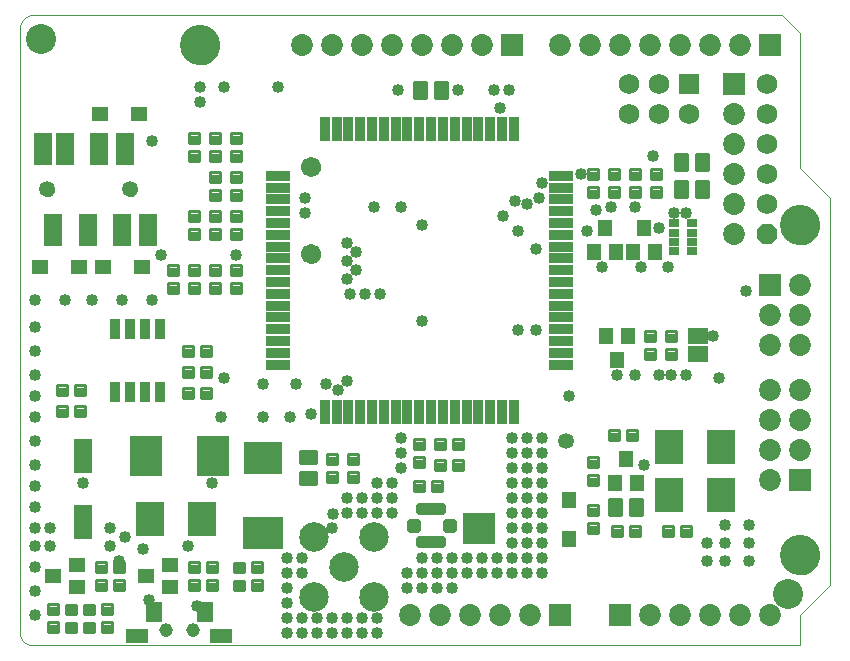
<source format=gts>
G75*
%MOIN*%
%OFA0B0*%
%FSLAX24Y24*%
%IPPOS*%
%LPD*%
%AMOC8*
5,1,8,0,0,1.08239X$1,22.5*
%
%ADD10C,0.0000*%
%ADD11C,0.0190*%
%ADD12C,0.0240*%
%ADD13C,0.0107*%
%ADD14R,0.0630X0.1180*%
%ADD15C,0.0120*%
%ADD16R,0.1280X0.1080*%
%ADD17R,0.1330X0.1080*%
%ADD18R,0.0930X0.1160*%
%ADD19C,0.0095*%
%ADD20R,0.0482X0.0552*%
%ADD21R,0.0552X0.0482*%
%ADD22C,0.0671*%
%ADD23OC8,0.0680*%
%ADD24C,0.0680*%
%ADD25R,0.0631X0.1064*%
%ADD26C,0.0532*%
%ADD27R,0.0730X0.0730*%
%ADD28C,0.0730*%
%ADD29R,0.0680X0.0680*%
%ADD30R,0.0710X0.0540*%
%ADD31R,0.1064X0.1340*%
%ADD32R,0.1080X0.0580*%
%ADD33C,0.1000*%
%ADD34R,0.0530X0.0680*%
%ADD35R,0.0780X0.0480*%
%ADD36C,0.0454*%
%ADD37R,0.0480X0.0530*%
%ADD38R,0.0530X0.0480*%
%ADD39R,0.0380X0.0280*%
%ADD40C,0.0530*%
%ADD41R,0.0330X0.0680*%
%ADD42R,0.0840X0.0340*%
%ADD43R,0.0340X0.0840*%
%ADD44C,0.1340*%
%ADD45C,0.0986*%
%ADD46C,0.0398*%
D10*
X001001Y002840D02*
X026601Y002840D01*
X026601Y003840D01*
X027601Y004840D01*
X027601Y017740D01*
X026601Y018740D01*
X026601Y023240D01*
X026001Y023840D01*
X001001Y023840D01*
X000962Y023838D01*
X000923Y023832D01*
X000885Y023823D01*
X000848Y023810D01*
X000812Y023793D01*
X000779Y023773D01*
X000747Y023749D01*
X000718Y023723D01*
X000692Y023694D01*
X000668Y023662D01*
X000648Y023629D01*
X000631Y023593D01*
X000618Y023556D01*
X000609Y023518D01*
X000603Y023479D01*
X000601Y023440D01*
X000601Y003240D01*
X000603Y003201D01*
X000609Y003162D01*
X000618Y003124D01*
X000631Y003087D01*
X000648Y003051D01*
X000668Y003018D01*
X000692Y002986D01*
X000718Y002957D01*
X000747Y002931D01*
X000779Y002907D01*
X000812Y002887D01*
X000848Y002870D01*
X000885Y002857D01*
X000923Y002848D01*
X000962Y002842D01*
X001001Y002840D01*
X005261Y003340D02*
X005263Y003367D01*
X005269Y003393D01*
X005278Y003418D01*
X005291Y003441D01*
X005307Y003462D01*
X005326Y003481D01*
X005347Y003497D01*
X005370Y003510D01*
X005395Y003519D01*
X005421Y003525D01*
X005448Y003527D01*
X005475Y003525D01*
X005501Y003519D01*
X005526Y003510D01*
X005549Y003497D01*
X005570Y003481D01*
X005589Y003462D01*
X005605Y003441D01*
X005618Y003418D01*
X005627Y003393D01*
X005633Y003367D01*
X005635Y003340D01*
X005633Y003313D01*
X005627Y003287D01*
X005618Y003262D01*
X005605Y003239D01*
X005589Y003218D01*
X005570Y003199D01*
X005549Y003183D01*
X005526Y003170D01*
X005501Y003161D01*
X005475Y003155D01*
X005448Y003153D01*
X005421Y003155D01*
X005395Y003161D01*
X005370Y003170D01*
X005347Y003183D01*
X005326Y003199D01*
X005307Y003218D01*
X005291Y003239D01*
X005278Y003262D01*
X005269Y003287D01*
X005263Y003313D01*
X005261Y003340D01*
X006167Y003340D02*
X006169Y003367D01*
X006175Y003393D01*
X006184Y003418D01*
X006197Y003441D01*
X006213Y003462D01*
X006232Y003481D01*
X006253Y003497D01*
X006276Y003510D01*
X006301Y003519D01*
X006327Y003525D01*
X006354Y003527D01*
X006381Y003525D01*
X006407Y003519D01*
X006432Y003510D01*
X006455Y003497D01*
X006476Y003481D01*
X006495Y003462D01*
X006511Y003441D01*
X006524Y003418D01*
X006533Y003393D01*
X006539Y003367D01*
X006541Y003340D01*
X006539Y003313D01*
X006533Y003287D01*
X006524Y003262D01*
X006511Y003239D01*
X006495Y003218D01*
X006476Y003199D01*
X006455Y003183D01*
X006432Y003170D01*
X006407Y003161D01*
X006381Y003155D01*
X006354Y003153D01*
X006327Y003155D01*
X006301Y003161D01*
X006276Y003170D01*
X006253Y003183D01*
X006232Y003199D01*
X006213Y003218D01*
X006197Y003239D01*
X006184Y003262D01*
X006175Y003287D01*
X006169Y003313D01*
X006167Y003340D01*
X010006Y015883D02*
X010008Y015917D01*
X010014Y015951D01*
X010024Y015984D01*
X010037Y016015D01*
X010055Y016045D01*
X010075Y016073D01*
X010099Y016098D01*
X010125Y016120D01*
X010153Y016138D01*
X010184Y016154D01*
X010216Y016166D01*
X010250Y016174D01*
X010284Y016178D01*
X010318Y016178D01*
X010352Y016174D01*
X010386Y016166D01*
X010418Y016154D01*
X010448Y016138D01*
X010477Y016120D01*
X010503Y016098D01*
X010527Y016073D01*
X010547Y016045D01*
X010565Y016015D01*
X010578Y015984D01*
X010588Y015951D01*
X010594Y015917D01*
X010596Y015883D01*
X010594Y015849D01*
X010588Y015815D01*
X010578Y015782D01*
X010565Y015751D01*
X010547Y015721D01*
X010527Y015693D01*
X010503Y015668D01*
X010477Y015646D01*
X010449Y015628D01*
X010418Y015612D01*
X010386Y015600D01*
X010352Y015592D01*
X010318Y015588D01*
X010284Y015588D01*
X010250Y015592D01*
X010216Y015600D01*
X010184Y015612D01*
X010153Y015628D01*
X010125Y015646D01*
X010099Y015668D01*
X010075Y015693D01*
X010055Y015721D01*
X010037Y015751D01*
X010024Y015782D01*
X010014Y015815D01*
X010008Y015849D01*
X010006Y015883D01*
X010006Y018797D02*
X010008Y018831D01*
X010014Y018865D01*
X010024Y018898D01*
X010037Y018929D01*
X010055Y018959D01*
X010075Y018987D01*
X010099Y019012D01*
X010125Y019034D01*
X010153Y019052D01*
X010184Y019068D01*
X010216Y019080D01*
X010250Y019088D01*
X010284Y019092D01*
X010318Y019092D01*
X010352Y019088D01*
X010386Y019080D01*
X010418Y019068D01*
X010448Y019052D01*
X010477Y019034D01*
X010503Y019012D01*
X010527Y018987D01*
X010547Y018959D01*
X010565Y018929D01*
X010578Y018898D01*
X010588Y018865D01*
X010594Y018831D01*
X010596Y018797D01*
X010594Y018763D01*
X010588Y018729D01*
X010578Y018696D01*
X010565Y018665D01*
X010547Y018635D01*
X010527Y018607D01*
X010503Y018582D01*
X010477Y018560D01*
X010449Y018542D01*
X010418Y018526D01*
X010386Y018514D01*
X010352Y018506D01*
X010318Y018502D01*
X010284Y018502D01*
X010250Y018506D01*
X010216Y018514D01*
X010184Y018526D01*
X010153Y018542D01*
X010125Y018560D01*
X010099Y018582D01*
X010075Y018607D01*
X010055Y018635D01*
X010037Y018665D01*
X010024Y018696D01*
X010014Y018729D01*
X010008Y018763D01*
X010006Y018797D01*
X005971Y022840D02*
X005973Y022890D01*
X005979Y022940D01*
X005989Y022989D01*
X006003Y023037D01*
X006020Y023084D01*
X006041Y023129D01*
X006066Y023173D01*
X006094Y023214D01*
X006126Y023253D01*
X006160Y023290D01*
X006197Y023324D01*
X006237Y023354D01*
X006279Y023381D01*
X006323Y023405D01*
X006369Y023426D01*
X006416Y023442D01*
X006464Y023455D01*
X006514Y023464D01*
X006563Y023469D01*
X006614Y023470D01*
X006664Y023467D01*
X006713Y023460D01*
X006762Y023449D01*
X006810Y023434D01*
X006856Y023416D01*
X006901Y023394D01*
X006944Y023368D01*
X006985Y023339D01*
X007024Y023307D01*
X007060Y023272D01*
X007092Y023234D01*
X007122Y023194D01*
X007149Y023151D01*
X007172Y023107D01*
X007191Y023061D01*
X007207Y023013D01*
X007219Y022964D01*
X007227Y022915D01*
X007231Y022865D01*
X007231Y022815D01*
X007227Y022765D01*
X007219Y022716D01*
X007207Y022667D01*
X007191Y022619D01*
X007172Y022573D01*
X007149Y022529D01*
X007122Y022486D01*
X007092Y022446D01*
X007060Y022408D01*
X007024Y022373D01*
X006985Y022341D01*
X006944Y022312D01*
X006901Y022286D01*
X006856Y022264D01*
X006810Y022246D01*
X006762Y022231D01*
X006713Y022220D01*
X006664Y022213D01*
X006614Y022210D01*
X006563Y022211D01*
X006514Y022216D01*
X006464Y022225D01*
X006416Y022238D01*
X006369Y022254D01*
X006323Y022275D01*
X006279Y022299D01*
X006237Y022326D01*
X006197Y022356D01*
X006160Y022390D01*
X006126Y022427D01*
X006094Y022466D01*
X006066Y022507D01*
X006041Y022551D01*
X006020Y022596D01*
X006003Y022643D01*
X005989Y022691D01*
X005979Y022740D01*
X005973Y022790D01*
X005971Y022840D01*
X004036Y018040D02*
X004038Y018069D01*
X004044Y018098D01*
X004053Y018126D01*
X004066Y018153D01*
X004083Y018178D01*
X004102Y018200D01*
X004124Y018219D01*
X004149Y018236D01*
X004176Y018249D01*
X004204Y018258D01*
X004233Y018264D01*
X004262Y018266D01*
X004291Y018264D01*
X004320Y018258D01*
X004348Y018249D01*
X004375Y018236D01*
X004400Y018219D01*
X004422Y018200D01*
X004441Y018178D01*
X004458Y018153D01*
X004471Y018126D01*
X004480Y018098D01*
X004486Y018069D01*
X004488Y018040D01*
X004486Y018011D01*
X004480Y017982D01*
X004471Y017954D01*
X004458Y017927D01*
X004441Y017902D01*
X004422Y017880D01*
X004400Y017861D01*
X004375Y017844D01*
X004348Y017831D01*
X004320Y017822D01*
X004291Y017816D01*
X004262Y017814D01*
X004233Y017816D01*
X004204Y017822D01*
X004176Y017831D01*
X004149Y017844D01*
X004124Y017861D01*
X004102Y017880D01*
X004083Y017902D01*
X004066Y017927D01*
X004053Y017954D01*
X004044Y017982D01*
X004038Y018011D01*
X004036Y018040D01*
X001280Y018040D02*
X001282Y018069D01*
X001288Y018098D01*
X001297Y018126D01*
X001310Y018153D01*
X001327Y018178D01*
X001346Y018200D01*
X001368Y018219D01*
X001393Y018236D01*
X001420Y018249D01*
X001448Y018258D01*
X001477Y018264D01*
X001506Y018266D01*
X001535Y018264D01*
X001564Y018258D01*
X001592Y018249D01*
X001619Y018236D01*
X001644Y018219D01*
X001666Y018200D01*
X001685Y018178D01*
X001702Y018153D01*
X001715Y018126D01*
X001724Y018098D01*
X001730Y018069D01*
X001732Y018040D01*
X001730Y018011D01*
X001724Y017982D01*
X001715Y017954D01*
X001702Y017927D01*
X001685Y017902D01*
X001666Y017880D01*
X001644Y017861D01*
X001619Y017844D01*
X001592Y017831D01*
X001564Y017822D01*
X001535Y017816D01*
X001506Y017814D01*
X001477Y017816D01*
X001448Y017822D01*
X001420Y017831D01*
X001393Y017844D01*
X001368Y017861D01*
X001346Y017880D01*
X001327Y017902D01*
X001310Y017927D01*
X001297Y017954D01*
X001288Y017982D01*
X001282Y018011D01*
X001280Y018040D01*
X025971Y016840D02*
X025973Y016890D01*
X025979Y016940D01*
X025989Y016989D01*
X026003Y017037D01*
X026020Y017084D01*
X026041Y017129D01*
X026066Y017173D01*
X026094Y017214D01*
X026126Y017253D01*
X026160Y017290D01*
X026197Y017324D01*
X026237Y017354D01*
X026279Y017381D01*
X026323Y017405D01*
X026369Y017426D01*
X026416Y017442D01*
X026464Y017455D01*
X026514Y017464D01*
X026563Y017469D01*
X026614Y017470D01*
X026664Y017467D01*
X026713Y017460D01*
X026762Y017449D01*
X026810Y017434D01*
X026856Y017416D01*
X026901Y017394D01*
X026944Y017368D01*
X026985Y017339D01*
X027024Y017307D01*
X027060Y017272D01*
X027092Y017234D01*
X027122Y017194D01*
X027149Y017151D01*
X027172Y017107D01*
X027191Y017061D01*
X027207Y017013D01*
X027219Y016964D01*
X027227Y016915D01*
X027231Y016865D01*
X027231Y016815D01*
X027227Y016765D01*
X027219Y016716D01*
X027207Y016667D01*
X027191Y016619D01*
X027172Y016573D01*
X027149Y016529D01*
X027122Y016486D01*
X027092Y016446D01*
X027060Y016408D01*
X027024Y016373D01*
X026985Y016341D01*
X026944Y016312D01*
X026901Y016286D01*
X026856Y016264D01*
X026810Y016246D01*
X026762Y016231D01*
X026713Y016220D01*
X026664Y016213D01*
X026614Y016210D01*
X026563Y016211D01*
X026514Y016216D01*
X026464Y016225D01*
X026416Y016238D01*
X026369Y016254D01*
X026323Y016275D01*
X026279Y016299D01*
X026237Y016326D01*
X026197Y016356D01*
X026160Y016390D01*
X026126Y016427D01*
X026094Y016466D01*
X026066Y016507D01*
X026041Y016551D01*
X026020Y016596D01*
X026003Y016643D01*
X025989Y016691D01*
X025979Y016740D01*
X025973Y016790D01*
X025971Y016840D01*
X025971Y005840D02*
X025973Y005890D01*
X025979Y005940D01*
X025989Y005989D01*
X026003Y006037D01*
X026020Y006084D01*
X026041Y006129D01*
X026066Y006173D01*
X026094Y006214D01*
X026126Y006253D01*
X026160Y006290D01*
X026197Y006324D01*
X026237Y006354D01*
X026279Y006381D01*
X026323Y006405D01*
X026369Y006426D01*
X026416Y006442D01*
X026464Y006455D01*
X026514Y006464D01*
X026563Y006469D01*
X026614Y006470D01*
X026664Y006467D01*
X026713Y006460D01*
X026762Y006449D01*
X026810Y006434D01*
X026856Y006416D01*
X026901Y006394D01*
X026944Y006368D01*
X026985Y006339D01*
X027024Y006307D01*
X027060Y006272D01*
X027092Y006234D01*
X027122Y006194D01*
X027149Y006151D01*
X027172Y006107D01*
X027191Y006061D01*
X027207Y006013D01*
X027219Y005964D01*
X027227Y005915D01*
X027231Y005865D01*
X027231Y005815D01*
X027227Y005765D01*
X027219Y005716D01*
X027207Y005667D01*
X027191Y005619D01*
X027172Y005573D01*
X027149Y005529D01*
X027122Y005486D01*
X027092Y005446D01*
X027060Y005408D01*
X027024Y005373D01*
X026985Y005341D01*
X026944Y005312D01*
X026901Y005286D01*
X026856Y005264D01*
X026810Y005246D01*
X026762Y005231D01*
X026713Y005220D01*
X026664Y005213D01*
X026614Y005210D01*
X026563Y005211D01*
X026514Y005216D01*
X026464Y005225D01*
X026416Y005238D01*
X026369Y005254D01*
X026323Y005275D01*
X026279Y005299D01*
X026237Y005326D01*
X026197Y005356D01*
X026160Y005390D01*
X026126Y005427D01*
X026094Y005466D01*
X026066Y005507D01*
X026041Y005551D01*
X026020Y005596D01*
X026003Y005643D01*
X025989Y005691D01*
X025979Y005740D01*
X025973Y005790D01*
X025971Y005840D01*
D11*
X014696Y006195D02*
X013906Y006195D01*
X013906Y006385D01*
X014696Y006385D01*
X014696Y006195D01*
X014696Y006384D02*
X013906Y006384D01*
X013906Y007295D02*
X014696Y007295D01*
X013906Y007295D02*
X013906Y007485D01*
X014696Y007485D01*
X014696Y007295D01*
X014696Y007484D02*
X013906Y007484D01*
D12*
X013821Y006960D02*
X013581Y006960D01*
X013821Y006960D02*
X013821Y006720D01*
X013581Y006720D01*
X013581Y006960D01*
X013581Y006959D02*
X013821Y006959D01*
X014781Y006960D02*
X015021Y006960D01*
X015021Y006720D01*
X014781Y006720D01*
X014781Y006960D01*
X014781Y006959D02*
X015021Y006959D01*
D13*
X014662Y008301D02*
X014340Y008301D01*
X014662Y008301D02*
X014662Y007979D01*
X014340Y007979D01*
X014340Y008301D01*
X014340Y008086D02*
X014662Y008086D01*
X014662Y008193D02*
X014340Y008193D01*
X014340Y008300D02*
X014662Y008300D01*
X014762Y009001D02*
X014440Y009001D01*
X014762Y009001D02*
X014762Y008679D01*
X014440Y008679D01*
X014440Y009001D01*
X014440Y008786D02*
X014762Y008786D01*
X014762Y008893D02*
X014440Y008893D01*
X014440Y009000D02*
X014762Y009000D01*
X015040Y009001D02*
X015362Y009001D01*
X015362Y008679D01*
X015040Y008679D01*
X015040Y009001D01*
X015040Y008786D02*
X015362Y008786D01*
X015362Y008893D02*
X015040Y008893D01*
X015040Y009000D02*
X015362Y009000D01*
X015362Y009701D02*
X015040Y009701D01*
X015362Y009701D02*
X015362Y009379D01*
X015040Y009379D01*
X015040Y009701D01*
X015040Y009486D02*
X015362Y009486D01*
X015362Y009593D02*
X015040Y009593D01*
X015040Y009700D02*
X015362Y009700D01*
X014762Y009701D02*
X014440Y009701D01*
X014762Y009701D02*
X014762Y009379D01*
X014440Y009379D01*
X014440Y009701D01*
X014440Y009486D02*
X014762Y009486D01*
X014762Y009593D02*
X014440Y009593D01*
X014440Y009700D02*
X014762Y009700D01*
X014062Y009701D02*
X014062Y009379D01*
X013740Y009379D01*
X013740Y009701D01*
X014062Y009701D01*
X014062Y009486D02*
X013740Y009486D01*
X013740Y009593D02*
X014062Y009593D01*
X014062Y009700D02*
X013740Y009700D01*
X014062Y009101D02*
X014062Y008779D01*
X013740Y008779D01*
X013740Y009101D01*
X014062Y009101D01*
X014062Y008886D02*
X013740Y008886D01*
X013740Y008993D02*
X014062Y008993D01*
X014062Y009100D02*
X013740Y009100D01*
X013740Y008301D02*
X014062Y008301D01*
X014062Y007979D01*
X013740Y007979D01*
X013740Y008301D01*
X013740Y008086D02*
X014062Y008086D01*
X014062Y008193D02*
X013740Y008193D01*
X013740Y008300D02*
X014062Y008300D01*
X011862Y008279D02*
X011862Y008601D01*
X011862Y008279D02*
X011540Y008279D01*
X011540Y008601D01*
X011862Y008601D01*
X011862Y008386D02*
X011540Y008386D01*
X011540Y008493D02*
X011862Y008493D01*
X011862Y008600D02*
X011540Y008600D01*
X011862Y008879D02*
X011862Y009201D01*
X011862Y008879D02*
X011540Y008879D01*
X011540Y009201D01*
X011862Y009201D01*
X011862Y008986D02*
X011540Y008986D01*
X011540Y009093D02*
X011862Y009093D01*
X011862Y009200D02*
X011540Y009200D01*
X011162Y009201D02*
X011162Y008879D01*
X010840Y008879D01*
X010840Y009201D01*
X011162Y009201D01*
X011162Y008986D02*
X010840Y008986D01*
X010840Y009093D02*
X011162Y009093D01*
X011162Y009200D02*
X010840Y009200D01*
X011162Y008601D02*
X011162Y008279D01*
X010840Y008279D01*
X010840Y008601D01*
X011162Y008601D01*
X011162Y008386D02*
X010840Y008386D01*
X010840Y008493D02*
X011162Y008493D01*
X011162Y008600D02*
X010840Y008600D01*
X008340Y005601D02*
X008340Y005279D01*
X008340Y005601D02*
X008662Y005601D01*
X008662Y005279D01*
X008340Y005279D01*
X008340Y005386D02*
X008662Y005386D01*
X008662Y005493D02*
X008340Y005493D01*
X008340Y005600D02*
X008662Y005600D01*
X008340Y005001D02*
X008340Y004679D01*
X008340Y005001D02*
X008662Y005001D01*
X008662Y004679D01*
X008340Y004679D01*
X008340Y004786D02*
X008662Y004786D01*
X008662Y004893D02*
X008340Y004893D01*
X008340Y005000D02*
X008662Y005000D01*
X006840Y005001D02*
X006840Y004679D01*
X006840Y005001D02*
X007162Y005001D01*
X007162Y004679D01*
X006840Y004679D01*
X006840Y004786D02*
X007162Y004786D01*
X007162Y004893D02*
X006840Y004893D01*
X006840Y005000D02*
X007162Y005000D01*
X006840Y005279D02*
X006840Y005601D01*
X007162Y005601D01*
X007162Y005279D01*
X006840Y005279D01*
X006840Y005386D02*
X007162Y005386D01*
X007162Y005493D02*
X006840Y005493D01*
X006840Y005600D02*
X007162Y005600D01*
X006562Y005601D02*
X006562Y005279D01*
X006240Y005279D01*
X006240Y005601D01*
X006562Y005601D01*
X006562Y005386D02*
X006240Y005386D01*
X006240Y005493D02*
X006562Y005493D01*
X006562Y005600D02*
X006240Y005600D01*
X006562Y005001D02*
X006562Y004679D01*
X006240Y004679D01*
X006240Y005001D01*
X006562Y005001D01*
X006562Y004786D02*
X006240Y004786D01*
X006240Y004893D02*
X006562Y004893D01*
X006562Y005000D02*
X006240Y005000D01*
X003740Y005001D02*
X003740Y004679D01*
X003740Y005001D02*
X004062Y005001D01*
X004062Y004679D01*
X003740Y004679D01*
X003740Y004786D02*
X004062Y004786D01*
X004062Y004893D02*
X003740Y004893D01*
X003740Y005000D02*
X004062Y005000D01*
X003740Y005279D02*
X003740Y005601D01*
X004062Y005601D01*
X004062Y005279D01*
X003740Y005279D01*
X003740Y005386D02*
X004062Y005386D01*
X004062Y005493D02*
X003740Y005493D01*
X003740Y005600D02*
X004062Y005600D01*
X003462Y005601D02*
X003462Y005279D01*
X003140Y005279D01*
X003140Y005601D01*
X003462Y005601D01*
X003462Y005386D02*
X003140Y005386D01*
X003140Y005493D02*
X003462Y005493D01*
X003462Y005600D02*
X003140Y005600D01*
X003462Y005001D02*
X003462Y004679D01*
X003140Y004679D01*
X003140Y005001D01*
X003462Y005001D01*
X003462Y004786D02*
X003140Y004786D01*
X003140Y004893D02*
X003462Y004893D01*
X003462Y005000D02*
X003140Y005000D01*
X003662Y004201D02*
X003662Y003879D01*
X003340Y003879D01*
X003340Y004201D01*
X003662Y004201D01*
X003662Y003986D02*
X003340Y003986D01*
X003340Y004093D02*
X003662Y004093D01*
X003662Y004200D02*
X003340Y004200D01*
X003662Y003601D02*
X003662Y003279D01*
X003340Y003279D01*
X003340Y003601D01*
X003662Y003601D01*
X003662Y003386D02*
X003340Y003386D01*
X003340Y003493D02*
X003662Y003493D01*
X003662Y003600D02*
X003340Y003600D01*
X001862Y003601D02*
X001862Y003279D01*
X001540Y003279D01*
X001540Y003601D01*
X001862Y003601D01*
X001862Y003386D02*
X001540Y003386D01*
X001540Y003493D02*
X001862Y003493D01*
X001862Y003600D02*
X001540Y003600D01*
X001862Y003879D02*
X001862Y004201D01*
X001862Y003879D02*
X001540Y003879D01*
X001540Y004201D01*
X001862Y004201D01*
X001862Y003986D02*
X001540Y003986D01*
X001540Y004093D02*
X001862Y004093D01*
X001862Y004200D02*
X001540Y004200D01*
X001840Y010479D02*
X002162Y010479D01*
X001840Y010479D02*
X001840Y010801D01*
X002162Y010801D01*
X002162Y010479D01*
X002162Y010586D02*
X001840Y010586D01*
X001840Y010693D02*
X002162Y010693D01*
X002162Y010800D02*
X001840Y010800D01*
X001840Y011179D02*
X002162Y011179D01*
X001840Y011179D02*
X001840Y011501D01*
X002162Y011501D01*
X002162Y011179D01*
X002162Y011286D02*
X001840Y011286D01*
X001840Y011393D02*
X002162Y011393D01*
X002162Y011500D02*
X001840Y011500D01*
X002440Y011179D02*
X002762Y011179D01*
X002440Y011179D02*
X002440Y011501D01*
X002762Y011501D01*
X002762Y011179D01*
X002762Y011286D02*
X002440Y011286D01*
X002440Y011393D02*
X002762Y011393D01*
X002762Y011500D02*
X002440Y011500D01*
X002440Y010479D02*
X002762Y010479D01*
X002440Y010479D02*
X002440Y010801D01*
X002762Y010801D01*
X002762Y010479D01*
X002762Y010586D02*
X002440Y010586D01*
X002440Y010693D02*
X002762Y010693D01*
X002762Y010800D02*
X002440Y010800D01*
X006040Y011401D02*
X006362Y011401D01*
X006362Y011079D01*
X006040Y011079D01*
X006040Y011401D01*
X006040Y011186D02*
X006362Y011186D01*
X006362Y011293D02*
X006040Y011293D01*
X006040Y011400D02*
X006362Y011400D01*
X006640Y011401D02*
X006962Y011401D01*
X006962Y011079D01*
X006640Y011079D01*
X006640Y011401D01*
X006640Y011186D02*
X006962Y011186D01*
X006962Y011293D02*
X006640Y011293D01*
X006640Y011400D02*
X006962Y011400D01*
X006962Y011779D02*
X006640Y011779D01*
X006640Y012101D01*
X006962Y012101D01*
X006962Y011779D01*
X006962Y011886D02*
X006640Y011886D01*
X006640Y011993D02*
X006962Y011993D01*
X006962Y012100D02*
X006640Y012100D01*
X006362Y011779D02*
X006040Y011779D01*
X006040Y012101D01*
X006362Y012101D01*
X006362Y011779D01*
X006362Y011886D02*
X006040Y011886D01*
X006040Y011993D02*
X006362Y011993D01*
X006362Y012100D02*
X006040Y012100D01*
X006040Y012479D02*
X006362Y012479D01*
X006040Y012479D02*
X006040Y012801D01*
X006362Y012801D01*
X006362Y012479D01*
X006362Y012586D02*
X006040Y012586D01*
X006040Y012693D02*
X006362Y012693D01*
X006362Y012800D02*
X006040Y012800D01*
X006640Y012479D02*
X006962Y012479D01*
X006640Y012479D02*
X006640Y012801D01*
X006962Y012801D01*
X006962Y012479D01*
X006962Y012586D02*
X006640Y012586D01*
X006640Y012693D02*
X006962Y012693D01*
X006962Y012800D02*
X006640Y012800D01*
X006240Y014579D02*
X006240Y014901D01*
X006562Y014901D01*
X006562Y014579D01*
X006240Y014579D01*
X006240Y014686D02*
X006562Y014686D01*
X006562Y014793D02*
X006240Y014793D01*
X006240Y014900D02*
X006562Y014900D01*
X006240Y015179D02*
X006240Y015501D01*
X006562Y015501D01*
X006562Y015179D01*
X006240Y015179D01*
X006240Y015286D02*
X006562Y015286D01*
X006562Y015393D02*
X006240Y015393D01*
X006240Y015500D02*
X006562Y015500D01*
X006940Y015501D02*
X006940Y015179D01*
X006940Y015501D02*
X007262Y015501D01*
X007262Y015179D01*
X006940Y015179D01*
X006940Y015286D02*
X007262Y015286D01*
X007262Y015393D02*
X006940Y015393D01*
X006940Y015500D02*
X007262Y015500D01*
X007640Y015501D02*
X007640Y015179D01*
X007640Y015501D02*
X007962Y015501D01*
X007962Y015179D01*
X007640Y015179D01*
X007640Y015286D02*
X007962Y015286D01*
X007962Y015393D02*
X007640Y015393D01*
X007640Y015500D02*
X007962Y015500D01*
X007640Y014901D02*
X007640Y014579D01*
X007640Y014901D02*
X007962Y014901D01*
X007962Y014579D01*
X007640Y014579D01*
X007640Y014686D02*
X007962Y014686D01*
X007962Y014793D02*
X007640Y014793D01*
X007640Y014900D02*
X007962Y014900D01*
X006940Y014901D02*
X006940Y014579D01*
X006940Y014901D02*
X007262Y014901D01*
X007262Y014579D01*
X006940Y014579D01*
X006940Y014686D02*
X007262Y014686D01*
X007262Y014793D02*
X006940Y014793D01*
X006940Y014900D02*
X007262Y014900D01*
X005862Y014901D02*
X005862Y014579D01*
X005540Y014579D01*
X005540Y014901D01*
X005862Y014901D01*
X005862Y014686D02*
X005540Y014686D01*
X005540Y014793D02*
X005862Y014793D01*
X005862Y014900D02*
X005540Y014900D01*
X005862Y015179D02*
X005862Y015501D01*
X005862Y015179D02*
X005540Y015179D01*
X005540Y015501D01*
X005862Y015501D01*
X005862Y015286D02*
X005540Y015286D01*
X005540Y015393D02*
X005862Y015393D01*
X005862Y015500D02*
X005540Y015500D01*
X006240Y016379D02*
X006240Y016701D01*
X006562Y016701D01*
X006562Y016379D01*
X006240Y016379D01*
X006240Y016486D02*
X006562Y016486D01*
X006562Y016593D02*
X006240Y016593D01*
X006240Y016700D02*
X006562Y016700D01*
X006240Y016979D02*
X006240Y017301D01*
X006562Y017301D01*
X006562Y016979D01*
X006240Y016979D01*
X006240Y017086D02*
X006562Y017086D01*
X006562Y017193D02*
X006240Y017193D01*
X006240Y017300D02*
X006562Y017300D01*
X007262Y017301D02*
X007262Y016979D01*
X006940Y016979D01*
X006940Y017301D01*
X007262Y017301D01*
X007262Y017086D02*
X006940Y017086D01*
X006940Y017193D02*
X007262Y017193D01*
X007262Y017300D02*
X006940Y017300D01*
X007262Y017679D02*
X007262Y018001D01*
X007262Y017679D02*
X006940Y017679D01*
X006940Y018001D01*
X007262Y018001D01*
X007262Y017786D02*
X006940Y017786D01*
X006940Y017893D02*
X007262Y017893D01*
X007262Y018000D02*
X006940Y018000D01*
X007262Y018279D02*
X007262Y018601D01*
X007262Y018279D02*
X006940Y018279D01*
X006940Y018601D01*
X007262Y018601D01*
X007262Y018386D02*
X006940Y018386D01*
X006940Y018493D02*
X007262Y018493D01*
X007262Y018600D02*
X006940Y018600D01*
X007262Y018979D02*
X007262Y019301D01*
X007262Y018979D02*
X006940Y018979D01*
X006940Y019301D01*
X007262Y019301D01*
X007262Y019086D02*
X006940Y019086D01*
X006940Y019193D02*
X007262Y019193D01*
X007262Y019300D02*
X006940Y019300D01*
X007262Y019579D02*
X007262Y019901D01*
X007262Y019579D02*
X006940Y019579D01*
X006940Y019901D01*
X007262Y019901D01*
X007262Y019686D02*
X006940Y019686D01*
X006940Y019793D02*
X007262Y019793D01*
X007262Y019900D02*
X006940Y019900D01*
X006562Y019901D02*
X006562Y019579D01*
X006240Y019579D01*
X006240Y019901D01*
X006562Y019901D01*
X006562Y019686D02*
X006240Y019686D01*
X006240Y019793D02*
X006562Y019793D01*
X006562Y019900D02*
X006240Y019900D01*
X006562Y019301D02*
X006562Y018979D01*
X006240Y018979D01*
X006240Y019301D01*
X006562Y019301D01*
X006562Y019086D02*
X006240Y019086D01*
X006240Y019193D02*
X006562Y019193D01*
X006562Y019300D02*
X006240Y019300D01*
X007962Y019301D02*
X007962Y018979D01*
X007640Y018979D01*
X007640Y019301D01*
X007962Y019301D01*
X007962Y019086D02*
X007640Y019086D01*
X007640Y019193D02*
X007962Y019193D01*
X007962Y019300D02*
X007640Y019300D01*
X007962Y019579D02*
X007962Y019901D01*
X007962Y019579D02*
X007640Y019579D01*
X007640Y019901D01*
X007962Y019901D01*
X007962Y019686D02*
X007640Y019686D01*
X007640Y019793D02*
X007962Y019793D01*
X007962Y019900D02*
X007640Y019900D01*
X007962Y018601D02*
X007962Y018279D01*
X007640Y018279D01*
X007640Y018601D01*
X007962Y018601D01*
X007962Y018386D02*
X007640Y018386D01*
X007640Y018493D02*
X007962Y018493D01*
X007962Y018600D02*
X007640Y018600D01*
X007962Y018001D02*
X007962Y017679D01*
X007640Y017679D01*
X007640Y018001D01*
X007962Y018001D01*
X007962Y017786D02*
X007640Y017786D01*
X007640Y017893D02*
X007962Y017893D01*
X007962Y018000D02*
X007640Y018000D01*
X007962Y017301D02*
X007962Y016979D01*
X007640Y016979D01*
X007640Y017301D01*
X007962Y017301D01*
X007962Y017086D02*
X007640Y017086D01*
X007640Y017193D02*
X007962Y017193D01*
X007962Y017300D02*
X007640Y017300D01*
X007962Y016701D02*
X007962Y016379D01*
X007640Y016379D01*
X007640Y016701D01*
X007962Y016701D01*
X007962Y016486D02*
X007640Y016486D01*
X007640Y016593D02*
X007962Y016593D01*
X007962Y016700D02*
X007640Y016700D01*
X007262Y016701D02*
X007262Y016379D01*
X006940Y016379D01*
X006940Y016701D01*
X007262Y016701D01*
X007262Y016486D02*
X006940Y016486D01*
X006940Y016593D02*
X007262Y016593D01*
X007262Y016700D02*
X006940Y016700D01*
X019862Y017779D02*
X019862Y018101D01*
X019862Y017779D02*
X019540Y017779D01*
X019540Y018101D01*
X019862Y018101D01*
X019862Y017886D02*
X019540Y017886D01*
X019540Y017993D02*
X019862Y017993D01*
X019862Y018100D02*
X019540Y018100D01*
X019862Y018379D02*
X019862Y018701D01*
X019862Y018379D02*
X019540Y018379D01*
X019540Y018701D01*
X019862Y018701D01*
X019862Y018486D02*
X019540Y018486D01*
X019540Y018593D02*
X019862Y018593D01*
X019862Y018700D02*
X019540Y018700D01*
X020562Y018701D02*
X020562Y018379D01*
X020240Y018379D01*
X020240Y018701D01*
X020562Y018701D01*
X020562Y018486D02*
X020240Y018486D01*
X020240Y018593D02*
X020562Y018593D01*
X020562Y018700D02*
X020240Y018700D01*
X020940Y018701D02*
X020940Y018379D01*
X020940Y018701D02*
X021262Y018701D01*
X021262Y018379D01*
X020940Y018379D01*
X020940Y018486D02*
X021262Y018486D01*
X021262Y018593D02*
X020940Y018593D01*
X020940Y018700D02*
X021262Y018700D01*
X021640Y018701D02*
X021640Y018379D01*
X021640Y018701D02*
X021962Y018701D01*
X021962Y018379D01*
X021640Y018379D01*
X021640Y018486D02*
X021962Y018486D01*
X021962Y018593D02*
X021640Y018593D01*
X021640Y018700D02*
X021962Y018700D01*
X021640Y018101D02*
X021640Y017779D01*
X021640Y018101D02*
X021962Y018101D01*
X021962Y017779D01*
X021640Y017779D01*
X021640Y017886D02*
X021962Y017886D01*
X021962Y017993D02*
X021640Y017993D01*
X021640Y018100D02*
X021962Y018100D01*
X020940Y018101D02*
X020940Y017779D01*
X020940Y018101D02*
X021262Y018101D01*
X021262Y017779D01*
X020940Y017779D01*
X020940Y017886D02*
X021262Y017886D01*
X021262Y017993D02*
X020940Y017993D01*
X020940Y018100D02*
X021262Y018100D01*
X020562Y018101D02*
X020562Y017779D01*
X020240Y017779D01*
X020240Y018101D01*
X020562Y018101D01*
X020562Y017886D02*
X020240Y017886D01*
X020240Y017993D02*
X020562Y017993D01*
X020562Y018100D02*
X020240Y018100D01*
X021440Y013301D02*
X021440Y012979D01*
X021440Y013301D02*
X021762Y013301D01*
X021762Y012979D01*
X021440Y012979D01*
X021440Y013086D02*
X021762Y013086D01*
X021762Y013193D02*
X021440Y013193D01*
X021440Y013300D02*
X021762Y013300D01*
X022462Y013301D02*
X022462Y012979D01*
X022140Y012979D01*
X022140Y013301D01*
X022462Y013301D01*
X022462Y013086D02*
X022140Y013086D01*
X022140Y013193D02*
X022462Y013193D01*
X022462Y013300D02*
X022140Y013300D01*
X022462Y012701D02*
X022462Y012379D01*
X022140Y012379D01*
X022140Y012701D01*
X022462Y012701D01*
X022462Y012486D02*
X022140Y012486D01*
X022140Y012593D02*
X022462Y012593D01*
X022462Y012700D02*
X022140Y012700D01*
X021440Y012701D02*
X021440Y012379D01*
X021440Y012701D02*
X021762Y012701D01*
X021762Y012379D01*
X021440Y012379D01*
X021440Y012486D02*
X021762Y012486D01*
X021762Y012593D02*
X021440Y012593D01*
X021440Y012700D02*
X021762Y012700D01*
X021162Y010001D02*
X020840Y010001D01*
X021162Y010001D02*
X021162Y009679D01*
X020840Y009679D01*
X020840Y010001D01*
X020840Y009786D02*
X021162Y009786D01*
X021162Y009893D02*
X020840Y009893D01*
X020840Y010000D02*
X021162Y010000D01*
X020562Y010001D02*
X020240Y010001D01*
X020562Y010001D02*
X020562Y009679D01*
X020240Y009679D01*
X020240Y010001D01*
X020240Y009786D02*
X020562Y009786D01*
X020562Y009893D02*
X020240Y009893D01*
X020240Y010000D02*
X020562Y010000D01*
X019540Y009101D02*
X019540Y008779D01*
X019540Y009101D02*
X019862Y009101D01*
X019862Y008779D01*
X019540Y008779D01*
X019540Y008886D02*
X019862Y008886D01*
X019862Y008993D02*
X019540Y008993D01*
X019540Y009100D02*
X019862Y009100D01*
X019540Y008501D02*
X019540Y008179D01*
X019540Y008501D02*
X019862Y008501D01*
X019862Y008179D01*
X019540Y008179D01*
X019540Y008286D02*
X019862Y008286D01*
X019862Y008393D02*
X019540Y008393D01*
X019540Y008500D02*
X019862Y008500D01*
X019540Y007501D02*
X019540Y007179D01*
X019540Y007501D02*
X019862Y007501D01*
X019862Y007179D01*
X019540Y007179D01*
X019540Y007286D02*
X019862Y007286D01*
X019862Y007393D02*
X019540Y007393D01*
X019540Y007500D02*
X019862Y007500D01*
X019540Y006901D02*
X019540Y006579D01*
X019540Y006901D02*
X019862Y006901D01*
X019862Y006579D01*
X019540Y006579D01*
X019540Y006686D02*
X019862Y006686D01*
X019862Y006793D02*
X019540Y006793D01*
X019540Y006900D02*
X019862Y006900D01*
X020340Y006479D02*
X020662Y006479D01*
X020340Y006479D02*
X020340Y006801D01*
X020662Y006801D01*
X020662Y006479D01*
X020662Y006586D02*
X020340Y006586D01*
X020340Y006693D02*
X020662Y006693D01*
X020662Y006800D02*
X020340Y006800D01*
X020940Y006479D02*
X021262Y006479D01*
X020940Y006479D02*
X020940Y006801D01*
X021262Y006801D01*
X021262Y006479D01*
X021262Y006586D02*
X020940Y006586D01*
X020940Y006693D02*
X021262Y006693D01*
X021262Y006800D02*
X020940Y006800D01*
X022040Y006801D02*
X022362Y006801D01*
X022362Y006479D01*
X022040Y006479D01*
X022040Y006801D01*
X022040Y006586D02*
X022362Y006586D01*
X022362Y006693D02*
X022040Y006693D01*
X022040Y006800D02*
X022362Y006800D01*
X022640Y006801D02*
X022962Y006801D01*
X022962Y006479D01*
X022640Y006479D01*
X022640Y006801D01*
X022640Y006586D02*
X022962Y006586D01*
X022962Y006693D02*
X022640Y006693D01*
X022640Y006800D02*
X022962Y006800D01*
D14*
X002701Y006940D03*
X002701Y009140D03*
D15*
X010456Y009270D02*
X010456Y008910D01*
X009946Y008910D01*
X009946Y009270D01*
X010456Y009270D01*
X010456Y009029D02*
X009946Y009029D01*
X009946Y009148D02*
X010456Y009148D01*
X010456Y009267D02*
X009946Y009267D01*
X010456Y008570D02*
X010456Y008210D01*
X009946Y008210D01*
X009946Y008570D01*
X010456Y008570D01*
X010456Y008329D02*
X009946Y008329D01*
X009946Y008448D02*
X010456Y008448D01*
X010456Y008567D02*
X009946Y008567D01*
X020271Y007185D02*
X020631Y007185D01*
X020271Y007185D02*
X020271Y007695D01*
X020631Y007695D01*
X020631Y007185D01*
X020631Y007304D02*
X020271Y007304D01*
X020271Y007423D02*
X020631Y007423D01*
X020631Y007542D02*
X020271Y007542D01*
X020271Y007661D02*
X020631Y007661D01*
X020971Y007185D02*
X021331Y007185D01*
X020971Y007185D02*
X020971Y007695D01*
X021331Y007695D01*
X021331Y007185D01*
X021331Y007304D02*
X020971Y007304D01*
X020971Y007423D02*
X021331Y007423D01*
X021331Y007542D02*
X020971Y007542D01*
X020971Y007661D02*
X021331Y007661D01*
X022471Y018295D02*
X022831Y018295D01*
X022831Y017785D01*
X022471Y017785D01*
X022471Y018295D01*
X022471Y017904D02*
X022831Y017904D01*
X022831Y018023D02*
X022471Y018023D01*
X022471Y018142D02*
X022831Y018142D01*
X022831Y018261D02*
X022471Y018261D01*
X022471Y019195D02*
X022831Y019195D01*
X022831Y018685D01*
X022471Y018685D01*
X022471Y019195D01*
X022471Y018804D02*
X022831Y018804D01*
X022831Y018923D02*
X022471Y018923D01*
X022471Y019042D02*
X022831Y019042D01*
X022831Y019161D02*
X022471Y019161D01*
X023171Y019195D02*
X023531Y019195D01*
X023531Y018685D01*
X023171Y018685D01*
X023171Y019195D01*
X023171Y018804D02*
X023531Y018804D01*
X023531Y018923D02*
X023171Y018923D01*
X023171Y019042D02*
X023531Y019042D01*
X023531Y019161D02*
X023171Y019161D01*
X023171Y018295D02*
X023531Y018295D01*
X023531Y017785D01*
X023171Y017785D01*
X023171Y018295D01*
X023171Y017904D02*
X023531Y017904D01*
X023531Y018023D02*
X023171Y018023D01*
X023171Y018142D02*
X023531Y018142D01*
X023531Y018261D02*
X023171Y018261D01*
X014831Y021595D02*
X014471Y021595D01*
X014831Y021595D02*
X014831Y021085D01*
X014471Y021085D01*
X014471Y021595D01*
X014471Y021204D02*
X014831Y021204D01*
X014831Y021323D02*
X014471Y021323D01*
X014471Y021442D02*
X014831Y021442D01*
X014831Y021561D02*
X014471Y021561D01*
X014131Y021595D02*
X013771Y021595D01*
X014131Y021595D02*
X014131Y021085D01*
X013771Y021085D01*
X013771Y021595D01*
X013771Y021204D02*
X014131Y021204D01*
X014131Y021323D02*
X013771Y021323D01*
X013771Y021442D02*
X014131Y021442D01*
X014131Y021561D02*
X013771Y021561D01*
D16*
X008701Y009090D03*
D17*
X008701Y006590D03*
D18*
X006671Y007040D03*
X004931Y007040D03*
X022231Y007840D03*
X022231Y009440D03*
X023971Y009440D03*
X023971Y007840D03*
D19*
X007733Y005583D02*
X007733Y005297D01*
X007733Y005583D02*
X008069Y005583D01*
X008069Y005297D01*
X007733Y005297D01*
X007733Y005391D02*
X008069Y005391D01*
X008069Y005485D02*
X007733Y005485D01*
X007733Y005579D02*
X008069Y005579D01*
X007733Y004983D02*
X007733Y004697D01*
X007733Y004983D02*
X008069Y004983D01*
X008069Y004697D01*
X007733Y004697D01*
X007733Y004791D02*
X008069Y004791D01*
X008069Y004885D02*
X007733Y004885D01*
X007733Y004979D02*
X008069Y004979D01*
X002733Y004183D02*
X002733Y003897D01*
X002733Y004183D02*
X003069Y004183D01*
X003069Y003897D01*
X002733Y003897D01*
X002733Y003991D02*
X003069Y003991D01*
X003069Y004085D02*
X002733Y004085D01*
X002733Y004179D02*
X003069Y004179D01*
X002133Y004183D02*
X002133Y003897D01*
X002133Y004183D02*
X002469Y004183D01*
X002469Y003897D01*
X002133Y003897D01*
X002133Y003991D02*
X002469Y003991D01*
X002469Y004085D02*
X002133Y004085D01*
X002133Y004179D02*
X002469Y004179D01*
X002133Y003583D02*
X002133Y003297D01*
X002133Y003583D02*
X002469Y003583D01*
X002469Y003297D01*
X002133Y003297D01*
X002133Y003391D02*
X002469Y003391D01*
X002469Y003485D02*
X002133Y003485D01*
X002133Y003579D02*
X002469Y003579D01*
X002733Y003583D02*
X002733Y003297D01*
X002733Y003583D02*
X003069Y003583D01*
X003069Y003297D01*
X002733Y003297D01*
X002733Y003391D02*
X003069Y003391D01*
X003069Y003485D02*
X002733Y003485D01*
X002733Y003579D02*
X003069Y003579D01*
D20*
X018901Y006396D03*
X018901Y007684D03*
D21*
X004645Y015440D03*
X003357Y015440D03*
X002545Y015440D03*
X001257Y015440D03*
X003257Y020540D03*
X004545Y020540D03*
D22*
X010301Y018797D03*
X010301Y015883D03*
D23*
X025501Y016540D03*
D24*
X025501Y017540D03*
X025501Y018540D03*
X025501Y019540D03*
X025501Y020540D03*
X025501Y021540D03*
X022901Y020540D03*
X021901Y020540D03*
X021901Y021540D03*
X020901Y021540D03*
X020901Y020540D03*
D25*
X004853Y016682D03*
X003987Y016682D03*
X002845Y016682D03*
X001703Y016682D03*
X001349Y019398D03*
X002097Y019398D03*
X003239Y019398D03*
X004105Y019398D03*
D26*
X004262Y018040D03*
X001506Y018040D03*
D27*
X017001Y022840D03*
X024401Y021540D03*
X025601Y022840D03*
X025601Y014840D03*
X026601Y008340D03*
X020601Y003840D03*
X018601Y003840D03*
D28*
X017601Y003840D03*
X016601Y003840D03*
X015601Y003840D03*
X014601Y003840D03*
X013601Y003840D03*
X021601Y003840D03*
X022601Y003840D03*
X023601Y003840D03*
X024601Y003840D03*
X025601Y003840D03*
X025601Y008340D03*
X025601Y009340D03*
X026601Y009340D03*
X026601Y010340D03*
X026601Y011340D03*
X025601Y011340D03*
X025601Y010340D03*
X025601Y012840D03*
X026601Y012840D03*
X026601Y013840D03*
X026601Y014840D03*
X025601Y013840D03*
X024401Y016540D03*
X024401Y017540D03*
X024401Y018540D03*
X024401Y019540D03*
X024401Y020540D03*
X024601Y022840D03*
X023601Y022840D03*
X022601Y022840D03*
X021601Y022840D03*
X020601Y022840D03*
X019601Y022840D03*
X018601Y022840D03*
X016001Y022840D03*
X015001Y022840D03*
X014001Y022840D03*
X013001Y022840D03*
X012001Y022840D03*
X011001Y022840D03*
X010001Y022840D03*
D29*
X022901Y021540D03*
D30*
X023201Y013140D03*
X023201Y012540D03*
D31*
X007023Y009140D03*
X004779Y009140D03*
D32*
X015901Y006990D03*
X015901Y006490D03*
D33*
X026201Y004540D03*
X001301Y023040D03*
D34*
X005051Y003940D03*
X006751Y003940D03*
D35*
X007301Y003140D03*
X004501Y003140D03*
D36*
X005448Y003340D03*
X006354Y003340D03*
D37*
X020127Y013140D03*
X020875Y013140D03*
X020501Y012340D03*
X020801Y009040D03*
X021175Y008240D03*
X020427Y008240D03*
X020475Y015940D03*
X021027Y015940D03*
X021775Y015940D03*
X021401Y016740D03*
X020101Y016740D03*
X019727Y015940D03*
D38*
X005601Y005514D03*
X005601Y004766D03*
X004801Y005140D03*
X002501Y005514D03*
X001701Y005140D03*
X002501Y004766D03*
D39*
X022401Y015965D03*
X022401Y016290D03*
X022401Y016590D03*
X022401Y016915D03*
X023001Y016915D03*
X023001Y016590D03*
X023001Y016290D03*
X023001Y015965D03*
D40*
X018801Y009640D03*
D41*
X005251Y011290D03*
X004751Y011290D03*
X004251Y011290D03*
X003751Y011290D03*
X003751Y013390D03*
X004251Y013390D03*
X004751Y013390D03*
X005251Y013390D03*
D42*
X009177Y013371D03*
X009177Y013765D03*
X009177Y014159D03*
X009177Y014553D03*
X009177Y014946D03*
X009177Y015340D03*
X009177Y015734D03*
X009177Y016127D03*
X009177Y016521D03*
X009177Y016915D03*
X009177Y017308D03*
X009177Y017702D03*
X009177Y018096D03*
X009177Y018490D03*
X009177Y012978D03*
X009177Y012584D03*
X009177Y012190D03*
X018625Y012190D03*
X018625Y012584D03*
X018625Y012978D03*
X018625Y013371D03*
X018625Y013765D03*
X018625Y014159D03*
X018625Y014553D03*
X018625Y014946D03*
X018625Y015340D03*
X018625Y015734D03*
X018625Y016127D03*
X018625Y016521D03*
X018625Y016915D03*
X018625Y017308D03*
X018625Y017702D03*
X018625Y018096D03*
X018625Y018490D03*
D43*
X017051Y020064D03*
X016657Y020064D03*
X016263Y020064D03*
X015869Y020064D03*
X015476Y020064D03*
X015082Y020064D03*
X014688Y020064D03*
X014295Y020064D03*
X013901Y020064D03*
X013507Y020064D03*
X013114Y020064D03*
X012720Y020064D03*
X012326Y020064D03*
X011932Y020064D03*
X011539Y020064D03*
X011145Y020064D03*
X010751Y020064D03*
X010751Y010616D03*
X011145Y010616D03*
X011539Y010616D03*
X011932Y010616D03*
X012326Y010616D03*
X012720Y010616D03*
X013114Y010616D03*
X013507Y010616D03*
X013901Y010616D03*
X014295Y010616D03*
X014688Y010616D03*
X015082Y010616D03*
X015476Y010616D03*
X015869Y010616D03*
X016263Y010616D03*
X016657Y010616D03*
X017051Y010616D03*
D44*
X026601Y005840D03*
X026601Y016840D03*
X006601Y022840D03*
D45*
X010397Y006444D03*
X011401Y005440D03*
X012405Y006444D03*
X012405Y004436D03*
X010397Y004436D03*
D46*
X010501Y003740D03*
X011001Y003740D03*
X011501Y003740D03*
X012001Y003740D03*
X012501Y003740D03*
X012501Y003240D03*
X012001Y003240D03*
X011501Y003240D03*
X011001Y003240D03*
X010501Y003240D03*
X010001Y003240D03*
X009501Y003240D03*
X009501Y003740D03*
X010001Y003740D03*
X009501Y004240D03*
X009501Y004740D03*
X009501Y005240D03*
X010001Y005240D03*
X010001Y005740D03*
X009501Y005740D03*
X011001Y006740D03*
X011011Y007220D03*
X011501Y007240D03*
X012001Y007240D03*
X012501Y007240D03*
X013001Y007240D03*
X013001Y007740D03*
X013001Y008240D03*
X012501Y008240D03*
X012501Y007740D03*
X012001Y007740D03*
X011501Y007740D03*
X013301Y008740D03*
X013301Y009240D03*
X013301Y009740D03*
X011201Y011340D03*
X011501Y011640D03*
X010801Y011540D03*
X009801Y011540D03*
X008701Y011540D03*
X008701Y010440D03*
X009601Y010440D03*
X010301Y010540D03*
X007301Y010440D03*
X007401Y011740D03*
X005001Y014340D03*
X004001Y014340D03*
X003001Y014340D03*
X002101Y014340D03*
X001101Y014340D03*
X001101Y013440D03*
X001101Y012640D03*
X001101Y011840D03*
X001101Y011140D03*
X001101Y010440D03*
X001101Y009640D03*
X001101Y008840D03*
X001101Y008140D03*
X001101Y007440D03*
X001101Y006740D03*
X001601Y006740D03*
X001601Y006140D03*
X001101Y006140D03*
X001101Y005440D03*
X001101Y004640D03*
X001101Y003840D03*
X003901Y005640D03*
X003601Y006140D03*
X004101Y006440D03*
X003601Y006740D03*
X004701Y006040D03*
X006201Y006140D03*
X006501Y004140D03*
X004901Y004340D03*
X007001Y008240D03*
X002701Y008240D03*
X005301Y015840D03*
X007801Y015840D03*
X010101Y017240D03*
X010101Y017740D03*
X011501Y016240D03*
X011801Y015940D03*
X011501Y015640D03*
X011801Y015340D03*
X011501Y015040D03*
X011601Y014540D03*
X012101Y014540D03*
X012601Y014540D03*
X014001Y013640D03*
X017201Y013340D03*
X017801Y013340D03*
X020001Y015440D03*
X021301Y015440D03*
X022201Y015440D03*
X021901Y016740D03*
X022401Y017240D03*
X022801Y017240D03*
X021101Y017440D03*
X020301Y017440D03*
X019801Y017340D03*
X019501Y016640D03*
X017901Y017740D03*
X017501Y017540D03*
X017101Y017640D03*
X016701Y017140D03*
X017201Y016640D03*
X017801Y016040D03*
X018001Y018240D03*
X019301Y018540D03*
X021701Y019140D03*
X016901Y021340D03*
X016401Y021340D03*
X016601Y020740D03*
X015201Y021340D03*
X013201Y021340D03*
X009201Y021440D03*
X007401Y021440D03*
X006601Y021440D03*
X006601Y020940D03*
X005001Y019640D03*
X012401Y017440D03*
X013301Y017440D03*
X014001Y016840D03*
X020501Y011840D03*
X021101Y011840D03*
X021901Y011840D03*
X022301Y011840D03*
X022801Y011840D03*
X023901Y011740D03*
X023701Y013140D03*
X024801Y014640D03*
X018901Y011140D03*
X018001Y009740D03*
X018001Y009240D03*
X018001Y008740D03*
X017501Y008740D03*
X017501Y009240D03*
X017501Y009740D03*
X017001Y009740D03*
X017001Y009240D03*
X017001Y008740D03*
X017001Y008240D03*
X017501Y008240D03*
X018001Y008240D03*
X018001Y007740D03*
X018001Y007240D03*
X018001Y006740D03*
X018001Y006240D03*
X018001Y005740D03*
X018001Y005240D03*
X017501Y005240D03*
X017501Y005740D03*
X017501Y006240D03*
X017501Y006740D03*
X017501Y007240D03*
X017501Y007740D03*
X017001Y007740D03*
X017001Y007240D03*
X017001Y006740D03*
X017001Y006240D03*
X017001Y005740D03*
X016501Y005740D03*
X016501Y005240D03*
X017001Y005240D03*
X016001Y005240D03*
X016001Y005740D03*
X015501Y005740D03*
X015501Y005240D03*
X015001Y005240D03*
X015001Y005740D03*
X014501Y005740D03*
X014001Y005740D03*
X014001Y005240D03*
X014501Y005240D03*
X014501Y004740D03*
X014001Y004740D03*
X013501Y004740D03*
X013501Y005240D03*
X015001Y004740D03*
X021401Y008840D03*
X024101Y006840D03*
X024101Y006240D03*
X024101Y005640D03*
X023501Y005640D03*
X023501Y006240D03*
X024901Y006240D03*
X024901Y005640D03*
X024901Y006840D03*
M02*

</source>
